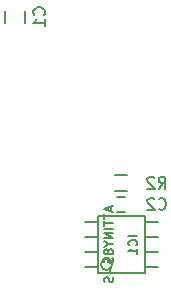
<source format=gbr>
G04 #@! TF.FileFunction,Legend,Bot*
%FSLAX46Y46*%
G04 Gerber Fmt 4.6, Leading zero omitted, Abs format (unit mm)*
G04 Created by KiCad (PCBNEW (2015-09-17 BZR 6202)-product) date Saturday, October 24, 2015 'PMt' 10:04:51 PM*
%MOMM*%
G01*
G04 APERTURE LIST*
%ADD10C,0.100000*%
%ADD11C,0.150000*%
%ADD12C,0.127000*%
%ADD13C,0.149860*%
G04 APERTURE END LIST*
D10*
D11*
X110050000Y-103400000D02*
X110050000Y-104400000D01*
X108350000Y-104400000D02*
X108350000Y-103400000D01*
X118550000Y-119200000D02*
X117850000Y-119200000D01*
X117850000Y-120400000D02*
X118550000Y-120400000D01*
D12*
X120181200Y-125613000D02*
X116218800Y-125613000D01*
X116218800Y-125613000D02*
X116218800Y-120787000D01*
X116218800Y-120787000D02*
X120181200Y-120787000D01*
X120181200Y-120787000D02*
X120181200Y-125613000D01*
X120181200Y-125105000D02*
X121273400Y-125105000D01*
X120181200Y-123835000D02*
X121273400Y-123835000D01*
X120181200Y-122565000D02*
X121273400Y-122565000D01*
X121273400Y-121295000D02*
X120181200Y-121295000D01*
X116218800Y-121295000D02*
X115126600Y-121295000D01*
X115126600Y-122565000D02*
X116218800Y-122565000D01*
X115126600Y-123835000D02*
X116218800Y-123835000D01*
X115126600Y-125105000D02*
X116218800Y-125105000D01*
X117427867Y-124876400D02*
G75*
G03X117427867Y-124876400I-472467J0D01*
G01*
D11*
X117700000Y-118675000D02*
X118700000Y-118675000D01*
X118700000Y-117325000D02*
X117700000Y-117325000D01*
X111657143Y-103733334D02*
X111704762Y-103685715D01*
X111752381Y-103542858D01*
X111752381Y-103447620D01*
X111704762Y-103304762D01*
X111609524Y-103209524D01*
X111514286Y-103161905D01*
X111323810Y-103114286D01*
X111180952Y-103114286D01*
X110990476Y-103161905D01*
X110895238Y-103209524D01*
X110800000Y-103304762D01*
X110752381Y-103447620D01*
X110752381Y-103542858D01*
X110800000Y-103685715D01*
X110847619Y-103733334D01*
X111752381Y-104685715D02*
X111752381Y-104114286D01*
X111752381Y-104400000D02*
X110752381Y-104400000D01*
X110895238Y-104304762D01*
X110990476Y-104209524D01*
X111038095Y-104114286D01*
X121366666Y-120157143D02*
X121414285Y-120204762D01*
X121557142Y-120252381D01*
X121652380Y-120252381D01*
X121795238Y-120204762D01*
X121890476Y-120109524D01*
X121938095Y-120014286D01*
X121985714Y-119823810D01*
X121985714Y-119680952D01*
X121938095Y-119490476D01*
X121890476Y-119395238D01*
X121795238Y-119300000D01*
X121652380Y-119252381D01*
X121557142Y-119252381D01*
X121414285Y-119300000D01*
X121366666Y-119347619D01*
X120985714Y-119347619D02*
X120938095Y-119300000D01*
X120842857Y-119252381D01*
X120604761Y-119252381D01*
X120509523Y-119300000D01*
X120461904Y-119347619D01*
X120414285Y-119442857D01*
X120414285Y-119538095D01*
X120461904Y-119680952D01*
X121033333Y-120252381D01*
X120414285Y-120252381D01*
D13*
X119554969Y-122468541D02*
X118805669Y-122468541D01*
X119483607Y-123253522D02*
X119519288Y-123217841D01*
X119554969Y-123110798D01*
X119554969Y-123039436D01*
X119519288Y-122932394D01*
X119447926Y-122861032D01*
X119376564Y-122825351D01*
X119233840Y-122789670D01*
X119126798Y-122789670D01*
X118984074Y-122825351D01*
X118912712Y-122861032D01*
X118841350Y-122932394D01*
X118805669Y-123039436D01*
X118805669Y-123110798D01*
X118841350Y-123217841D01*
X118877031Y-123253522D01*
X119554969Y-123967141D02*
X119554969Y-123538970D01*
X119554969Y-123753056D02*
X118805669Y-123753056D01*
X118912712Y-123681694D01*
X118984074Y-123610332D01*
X119019755Y-123538970D01*
X117308883Y-120024396D02*
X117308883Y-120381205D01*
X117522969Y-119953034D02*
X116773669Y-120202801D01*
X117522969Y-120452567D01*
X116773669Y-120595291D02*
X116773669Y-121023462D01*
X117522969Y-120809377D02*
X116773669Y-120809377D01*
X116773669Y-121166186D02*
X116773669Y-121594357D01*
X117522969Y-121380272D02*
X116773669Y-121380272D01*
X117522969Y-121844124D02*
X116773669Y-121844124D01*
X117522969Y-122200934D02*
X116773669Y-122200934D01*
X117522969Y-122629105D01*
X116773669Y-122629105D01*
X117166160Y-123128639D02*
X117522969Y-123128639D01*
X116773669Y-122878872D02*
X117166160Y-123128639D01*
X116773669Y-123378405D01*
X117094798Y-123735215D02*
X117059117Y-123663853D01*
X117023436Y-123628172D01*
X116952074Y-123592491D01*
X116916393Y-123592491D01*
X116845031Y-123628172D01*
X116809350Y-123663853D01*
X116773669Y-123735215D01*
X116773669Y-123877938D01*
X116809350Y-123949300D01*
X116845031Y-123984981D01*
X116916393Y-124020662D01*
X116952074Y-124020662D01*
X117023436Y-123984981D01*
X117059117Y-123949300D01*
X117094798Y-123877938D01*
X117094798Y-123735215D01*
X117130479Y-123663853D01*
X117166160Y-123628172D01*
X117237521Y-123592491D01*
X117380245Y-123592491D01*
X117451607Y-123628172D01*
X117487288Y-123663853D01*
X117522969Y-123735215D01*
X117522969Y-123877938D01*
X117487288Y-123949300D01*
X117451607Y-123984981D01*
X117380245Y-124020662D01*
X117237521Y-124020662D01*
X117166160Y-123984981D01*
X117130479Y-123949300D01*
X117094798Y-123877938D01*
X116773669Y-124698600D02*
X116773669Y-124341791D01*
X117130479Y-124306110D01*
X117094798Y-124341791D01*
X117059117Y-124413153D01*
X117059117Y-124591557D01*
X117094798Y-124662919D01*
X117130479Y-124698600D01*
X117201840Y-124734281D01*
X117380245Y-124734281D01*
X117451607Y-124698600D01*
X117487288Y-124662919D01*
X117522969Y-124591557D01*
X117522969Y-124413153D01*
X117487288Y-124341791D01*
X117451607Y-124306110D01*
X117237521Y-125055410D02*
X117237521Y-125626305D01*
X117487288Y-125947434D02*
X117522969Y-126054477D01*
X117522969Y-126232881D01*
X117487288Y-126304243D01*
X117451607Y-126339924D01*
X117380245Y-126375605D01*
X117308883Y-126375605D01*
X117237521Y-126339924D01*
X117201840Y-126304243D01*
X117166160Y-126232881D01*
X117130479Y-126090158D01*
X117094798Y-126018796D01*
X117059117Y-125983115D01*
X116987755Y-125947434D01*
X116916393Y-125947434D01*
X116845031Y-125983115D01*
X116809350Y-126018796D01*
X116773669Y-126090158D01*
X116773669Y-126268562D01*
X116809350Y-126375605D01*
D11*
X121366666Y-118452381D02*
X121700000Y-117976190D01*
X121938095Y-118452381D02*
X121938095Y-117452381D01*
X121557142Y-117452381D01*
X121461904Y-117500000D01*
X121414285Y-117547619D01*
X121366666Y-117642857D01*
X121366666Y-117785714D01*
X121414285Y-117880952D01*
X121461904Y-117928571D01*
X121557142Y-117976190D01*
X121938095Y-117976190D01*
X120985714Y-117547619D02*
X120938095Y-117500000D01*
X120842857Y-117452381D01*
X120604761Y-117452381D01*
X120509523Y-117500000D01*
X120461904Y-117547619D01*
X120414285Y-117642857D01*
X120414285Y-117738095D01*
X120461904Y-117880952D01*
X121033333Y-118452381D01*
X120414285Y-118452381D01*
M02*

</source>
